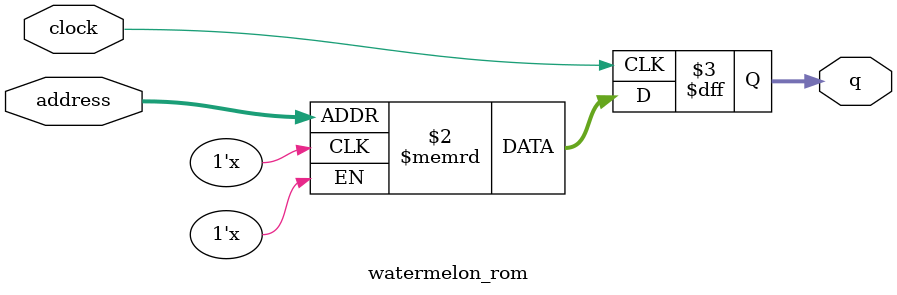
<source format=sv>
module watermelon_rom (
	input logic clock,
	input logic [11:0] address,
	output logic [3:0] q
);

logic [3:0] memory [0:2499] /* synthesis ram_init_file = "./watermelon/watermelon.mif" */;

always_ff @ (posedge clock) begin
	q <= memory[address];
end

endmodule

</source>
